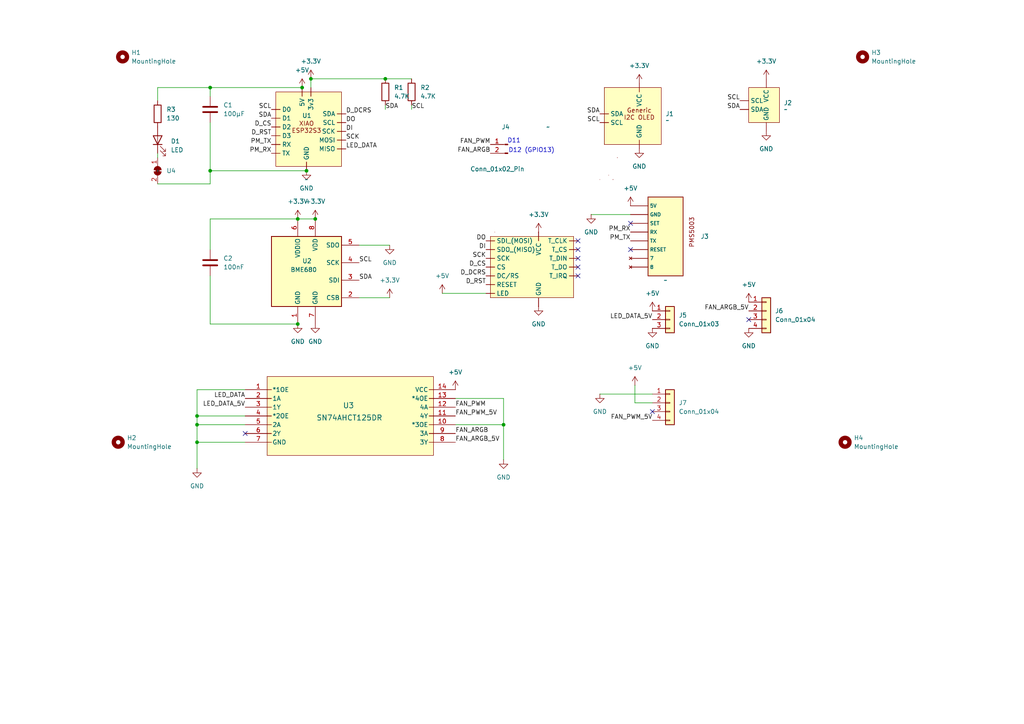
<source format=kicad_sch>
(kicad_sch (version 20231120) (generator "eeschema") (generator_version "8.0")
  (paper "A4")
  (title_block (title "3D Printer Monitor") (date "2024-06-26") (rev "0.4") (company "PDX Hackerspace - John Romkey"))
  (lib_symbols
    (symbol "1mySymbols:Generic_I2C_OLED" (pin_numbers hide)
      (property "Reference" "J" (at 1.27 -3.81 0))
      (symbol "Generic_I2C_OLED_1_1"
        (rectangle (start -5.08 15.24) (end 11.43 -1.27) (fill (type background)))
        (text "Generic\nI2C OLED" (at 5.08 7.62 0) (effects (font (size 1.27 1.27))))
        (pin input line (at -6.35 7.62 0) (length 2.54) (name "SDA") (number "1"))
        (pin input line (at -6.35 5.08 0) (length 2.54) (name "SCL") (number "2"))
        (pin power_in line (at 5.08 -2.54 90) (length 2.54) (name "GND") (number "3"))
        (pin power_in line (at 5.08 16.51 270) (length 2.54) (name "VCC") (number "4"))
      )
    )
    (symbol "1mySymbols:PMS5003_Connector" (pin_numbers hide)
      (property "Reference" "J" (at 0 26.67 0))
      (symbol "PMS5003_Connector_0_0"
        (rectangle (start -5.08 1.27) (end 5.08 24.13) (stroke (width 0.254)) (fill (type background)))
      )
      (symbol "PMS5003_Connector_1_0"
        (pin power_in line (at -10.16 21.59 0) (length 5.08) (name "5V") (number "1"))
        (pin power_in line (at -10.16 19.05 0) (length 5.08) (name "GND") (number "2"))
        (pin input line (at -10.16 16.51 0) (length 5.08) (name "SET") (number "3"))
        (pin input line (at -10.16 13.97 0) (length 5.08) (name "RX") (number "4"))
        (pin output line (at -10.16 11.43 0) (length 5.08) (name "TX") (number "5"))
        (pin input line (at -10.16 8.89 0) (length 5.08) (name "RESET") (number "6"))
        (pin no_connect line (at -10.16 6.35 0) (length 5.08) (name "7") (number "7"))
        (pin no_connect line (at -10.16 3.81 0) (length 5.08) (name "8") (number "8"))
      )
      (symbol "PMS5003_Connector_1_1"
        (text "PMS5003" (at 7.62 13.97 900) (effects (font (size 1.27 1.27))))
      )
    )
    (symbol "1mySymbols:SN74AHCT125DR" (pin_names (offset 0.254))
      (property "Reference" "U" (at 30.48 5.334 0))
      (property "Value" "SN74AHCT125DR" (at 30.734 -10.922 0))
      (symbol "SN74AHCT125DR_0_1"
        (pin input line (at 0 0 0) (length 7.62) (name "*1OE") (number "1"))
        (pin input line (at 60.96 -10.16 180) (length 7.62) (name "*3OE") (number "10"))
        (pin output line (at 60.96 -7.62 180) (length 7.62) (name "4Y") (number "11"))
        (pin input line (at 60.96 -5.08 180) (length 7.62) (name "4A") (number "12"))
        (pin input line (at 60.96 -2.54 180) (length 7.62) (name "*4OE") (number "13"))
        (pin power_in line (at 60.96 0 180) (length 7.62) (name "VCC") (number "14"))
        (pin input line (at 0 -2.54 0) (length 7.62) (name "1A") (number "2"))
        (pin output line (at 0 -5.08 0) (length 7.62) (name "1Y") (number "3"))
        (pin input line (at 0 -7.62 0) (length 7.62) (name "*2OE") (number "4"))
        (pin input line (at 0 -10.16 0) (length 7.62) (name "2A") (number "5"))
        (pin output line (at 0 -12.7 0) (length 7.62) (name "2Y") (number "6"))
        (pin power_in line (at 0 -15.24 0) (length 7.62) (name "GND") (number "7"))
        (pin output line (at 60.96 -15.24 180) (length 7.62) (name "3Y") (number "8"))
        (pin input line (at 60.96 -12.7 180) (length 7.62) (name "3A") (number "9"))
      )
      (symbol "SN74AHCT125DR_1_1"
        (rectangle (start 6.35 3.81) (end 54.61 -19.05) (fill (type background)))
      )
    )
    (symbol "1mySymbols:SPI_TFT_Touch" (pin_numbers hide)
      (property "Reference" "U" (at 0 12.7 0))
      (symbol "SPI_TFT_Touch_0_1"
        (rectangle (start -11.43 8.89) (end -11.43 8.89))
        (rectangle (start 19.05 24.13) (end 19.05 24.13))
        (rectangle (start 20.32 38.1) (end 20.32 38.1))
        (rectangle (start 21.59 25.4) (end 21.59 25.4))
        (rectangle (start 22.86 24.13) (end 22.86 24.13))
        (rectangle (start 22.86 24.13) (end 22.86 24.13))
        (rectangle (start 24.13 30.48) (end 24.13 30.48))
        (rectangle (start 24.13 30.48) (end 24.13 30.48))
      )
      (symbol "SPI_TFT_Touch_1_1"
        (rectangle (start -12.7 7.62) (end 11.43 -10.16) (fill (type background)))
        (pin power_in line (at 1.27 8.89 270) (length 2.54) (name "VCC") (number "1"))
        (pin input line (at 12.7 6.35 180) (length 2.54) (name "T_CLK") (number "10"))
        (pin input line (at 12.7 3.81 180) (length 2.54) (name "T_CS") (number "11"))
        (pin input line (at 12.7 1.27 180) (length 2.54) (name "T_DIN") (number "12"))
        (pin output line (at 12.7 -1.27 180) (length 2.54) (name "T_DO") (number "13"))
        (pin output line (at 12.7 -3.81 180) (length 2.54) (name "T_IRQ") (number "14"))
        (pin power_in line (at 1.27 -12.7 90) (length 2.54) (name "GND") (number "2"))
        (pin input line (at -13.97 -1.27 0) (length 2.54) (name "CS") (number "3"))
        (pin input line (at -13.97 -6.35 0) (length 2.54) (name "RESET") (number "4"))
        (pin input line (at -13.97 -3.81 0) (length 2.54) (name "DC/RS") (number "5"))
        (pin input line (at -13.97 6.35 0) (length 2.54) (name "SDI_(MOSI)") (number "6"))
        (pin input line (at -13.97 1.27 0) (length 2.54) (name "SCK") (number "7"))
        (pin input line (at -13.97 -8.89 0) (length 2.54) (name "LED") (number "8"))
        (pin input line (at -13.97 3.81 0) (length 2.54) (name "SDO_(MISO)") (number "9"))
      )
    )
    (symbol "1mySymbols:STEMMA_QT/Qwiic" (pin_numbers hide)
      (property "Reference" "J" (at 0 15.24 0))
      (property "Footprint" "Connector_JST:JST_SH_SM04B-SRSS-TB_1x04-1MP_P1.00mm_Horizontal" (at 0 -2.54 0))
      (symbol "STEMMA_QT/Qwiic_1_1"
        (rectangle (start -3.81 11.43) (end 5.08 1.27) (fill (type background)))
        (pin power_in line (at 1.27 -1.27 90) (length 2.54) (name "GND") (number "1"))
        (pin power_in line (at 1.27 13.97 270) (length 2.54) (name "VCC") (number "2"))
        (pin bidirectional line (at -6.35 5.08 0) (length 2.54) (name "SDA") (number "3"))
        (pin input line (at -6.35 7.62 0) (length 2.54) (name "SCL") (number "4"))
      )
    )
    (symbol "1mySymbols:Xiao_ESP32S3" (pin_numbers hide)
      (property "Reference" "U" (at 0 30.48 0))
      (property "Datasheet" "https://wiki.seeedstudio.com/xiao_esp32s3_getting_started/" (at 0 0 0))
      (symbol "Xiao_ESP32S3_1_1"
        (rectangle (start -8.89 25.4) (end 10.16 3.81) (fill (type background)))
        (text "XIAO\nESP32S3" (at 0 15.24 0) (effects (font (size 1.27 1.27))))
        (pin bidirectional line (at -10.16 20.32 0) (length 2.54) (name "D0") (number "1"))
        (pin bidirectional line (at 11.43 8.89 180) (length 2.54) (name "MISO") (number "10"))
        (pin bidirectional line (at 11.43 11.43 180) (length 2.54) (name "MOSI") (number "11"))
        (pin power_in line (at 1.27 26.67 270) (length 2.54) (name "3v3") (number "12"))
        (pin power_out line (at 0 2.54 90) (length 2.54) (name "GND") (number "13"))
        (pin power_out line (at -1.27 26.67 270) (length 2.54) (name "5V") (number "14"))
        (pin bidirectional line (at -10.16 17.78 0) (length 2.54) (name "D1") (number "2"))
        (pin bidirectional line (at -10.16 15.24 0) (length 2.54) (name "D2") (number "3"))
        (pin bidirectional line (at -10.16 12.7 0) (length 2.54) (name "D3") (number "4"))
        (pin bidirectional line (at 11.43 19.05 180) (length 2.54) (name "SDA") (number "5"))
        (pin bidirectional line (at 11.43 16.51 180) (length 2.54) (name "SCL") (number "6"))
        (pin bidirectional line (at -10.16 7.62 0) (length 2.54) (name "TX") (number "7"))
        (pin bidirectional line (at -10.16 10.16 0) (length 2.54) (name "RX") (number "8"))
        (pin bidirectional line (at 11.43 13.97 180) (length 2.54) (name "SCK") (number "9"))
      )
    )
    (symbol "Connector:Conn_01x02_Pin" (pin_names (offset 1.016) hide)
      (property "Reference" "J" (at 0 2.54 0))
      (property "Value" "Conn_01x02_Pin" (at 0 -5.08 0))
      (symbol "Conn_01x02_Pin_1_1"
        (polyline (pts (xy 1.27 -2.54) (xy 0.8636 -2.54)) (stroke (width 0.1524)))
        (polyline (pts (xy 1.27 0) (xy 0.8636 0)) (stroke (width 0.1524)))
        (rectangle (start 0.8636 -2.413) (end 0 -2.667) (stroke (width 0.1524)) (fill (type outline)))
        (rectangle (start 0.8636 0.127) (end 0 -0.127) (stroke (width 0.1524)) (fill (type outline)))
        (pin passive line (at 5.08 0 180) (length 3.81) (name "Pin_1") (number "1"))
        (pin passive line (at 5.08 -2.54 180) (length 3.81) (name "Pin_2") (number "2"))
      )
    )
    (symbol "Connector_Generic:Conn_01x03" (pin_names (offset 1.016) hide)
      (property "Reference" "J" (at 0 5.08 0))
      (property "Value" "Conn_01x03" (at 0 -5.08 0))
      (symbol "Conn_01x03_1_1"
        (rectangle (start -1.27 -2.413) (end 0 -2.667) (stroke (width 0.1524)))
        (rectangle (start -1.27 0.127) (end 0 -0.127) (stroke (width 0.1524)))
        (rectangle (start -1.27 2.667) (end 0 2.413) (stroke (width 0.1524)))
        (rectangle (start -1.27 3.81) (end 1.27 -3.81) (stroke (width 0.254)) (fill (type background)))
        (pin passive line (at -5.08 2.54 0) (length 3.81) (name "Pin_1") (number "1"))
        (pin passive line (at -5.08 0 0) (length 3.81) (name "Pin_2") (number "2"))
        (pin passive line (at -5.08 -2.54 0) (length 3.81) (name "Pin_3") (number "3"))
      )
    )
    (symbol "Connector_Generic:Conn_01x04" (pin_names (offset 1.016) hide)
      (property "Reference" "J" (at 0 5.08 0))
      (property "Value" "Conn_01x04" (at 0 -7.62 0))
      (symbol "Conn_01x04_1_1"
        (rectangle (start -1.27 -4.953) (end 0 -5.207) (stroke (width 0.1524)))
        (rectangle (start -1.27 -2.413) (end 0 -2.667) (stroke (width 0.1524)))
        (rectangle (start -1.27 0.127) (end 0 -0.127) (stroke (width 0.1524)))
        (rectangle (start -1.27 2.667) (end 0 2.413) (stroke (width 0.1524)))
        (rectangle (start -1.27 3.81) (end 1.27 -6.35) (stroke (width 0.254)) (fill (type background)))
        (pin passive line (at -5.08 2.54 0) (length 3.81) (name "Pin_1") (number "1"))
        (pin passive line (at -5.08 0 0) (length 3.81) (name "Pin_2") (number "2"))
        (pin passive line (at -5.08 -2.54 0) (length 3.81) (name "Pin_3") (number "3"))
        (pin passive line (at -5.08 -5.08 0) (length 3.81) (name "Pin_4") (number "4"))
      )
    )
    (symbol "Device:C" (pin_numbers hide) (pin_names (offset 0.254))
      (property "Reference" "C" (at 0.635 2.54 0))
      (property "Value" "C" (at 0.635 -2.54 0))
      (symbol "C_0_1"
        (polyline (pts (xy -2.032 -0.762) (xy 2.032 -0.762)) (stroke (width 0.508)))
        (polyline (pts (xy -2.032 0.762) (xy 2.032 0.762)) (stroke (width 0.508)))
      )
      (symbol "C_1_1"
        (pin passive line (at 0 3.81 270) (length 2.794) (name "~") (number "1"))
        (pin passive line (at 0 -3.81 90) (length 2.794) (name "~") (number "2"))
      )
    )
    (symbol "Device:LED" (pin_numbers hide) (pin_names (offset 1.016) hide)
      (property "Reference" "D" (at 0 2.54 0))
      (property "Value" "LED" (at 0 -2.54 0))
      (symbol "LED_0_1"
        (polyline (pts (xy -1.27 -1.27) (xy -1.27 1.27)) (stroke (width 0.254)))
        (polyline (pts (xy -1.27 0) (xy 1.27 0)))
        (polyline (pts (xy 1.27 -1.27) (xy 1.27 1.27) (xy -1.27 0) (xy 1.27 -1.27)) (stroke (width 0.254)))
        (polyline (pts (xy -3.048 -0.762) (xy -4.572 -2.286) (xy -3.81 -2.286) (xy -4.572 -2.286) (xy -4.572 -1.524)))
        (polyline (pts (xy -1.778 -0.762) (xy -3.302 -2.286) (xy -2.54 -2.286) (xy -3.302 -2.286) (xy -3.302 -1.524)))
      )
      (symbol "LED_1_1"
        (pin passive line (at -3.81 0 0) (length 2.54) (name "K") (number "1"))
        (pin passive line (at 3.81 0 180) (length 2.54) (name "A") (number "2"))
      )
    )
    (symbol "Device:R" (pin_numbers hide) (pin_names (offset 0))
      (property "Reference" "R" (at 2.032 0 90))
      (property "Value" "R" (at 0 0 90))
      (symbol "R_0_1"
        (rectangle (start -1.016 -2.54) (end 1.016 2.54) (stroke (width 0.254)))
      )
      (symbol "R_1_1"
        (pin passive line (at 0 3.81 270) (length 1.27) (name "~") (number "1"))
        (pin passive line (at 0 -3.81 90) (length 1.27) (name "~") (number "2"))
      )
    )
    (symbol "Jumper:SolderJumper_2_Bridged" (pin_names (offset 0) hide)
      (property "Reference" "JP" (at 0 2.032 0))
      (property "Value" "SolderJumper_2_Bridged" (at 0 -2.54 0))
      (symbol "SolderJumper_2_Bridged_0_1"
        (rectangle (start -0.508 0.508) (end 0.508 -0.508) (fill (type outline)))
        (arc (start -0.254 1.016) (mid -1.2656 0) (end -0.254 -1.016))
        (arc (start -0.254 1.016) (mid -1.2656 0) (end -0.254 -1.016) (fill (type outline)))
        (polyline (pts (xy -0.254 1.016) (xy -0.254 -1.016)))
        (polyline (pts (xy 0.254 1.016) (xy 0.254 -1.016)))
        (arc (start 0.254 -1.016) (mid 1.2656 0) (end 0.254 1.016))
        (arc (start 0.254 -1.016) (mid 1.2656 0) (end 0.254 1.016) (fill (type outline)))
      )
      (symbol "SolderJumper_2_Bridged_1_1"
        (pin passive line (at -3.81 0 0) (length 2.54) (name "A") (number "1"))
        (pin passive line (at 3.81 0 180) (length 2.54) (name "B") (number "2"))
      )
    )
    (symbol "Mechanical:MountingHole" (pin_names (offset 1.016))
      (property "Reference" "H" (at 0 5.08 0))
      (property "Value" "MountingHole" (at 0 3.175 0))
      (symbol "MountingHole_0_1"
        (circle (center 0 0) (radius 1.27) (stroke (width 1.27)))
      )
    )
    (symbol "Sensor:BME680"
      (property "Reference" "U" (at -8.89 11.43 0))
      (property "Value" "BME680" (at 7.62 11.43 0))
      (symbol "BME680_0_1"
        (rectangle (start -10.16 10.16) (end 10.16 -10.16) (stroke (width 0.254)) (fill (type background)))
      )
      (symbol "BME680_1_1"
        (pin power_in line (at -2.54 -15.24 90) (length 5.08) (name "GND") (number "1"))
        (pin input line (at 15.24 -7.62 180) (length 5.08) (name "CSB") (number "2"))
        (pin bidirectional line (at 15.24 -2.54 180) (length 5.08) (name "SDI") (number "3"))
        (pin input line (at 15.24 2.54 180) (length 5.08) (name "SCK") (number "4"))
        (pin bidirectional line (at 15.24 7.62 180) (length 5.08) (name "SDO") (number "5"))
        (pin power_in line (at -2.54 15.24 270) (length 5.08) (name "VDDIO") (number "6"))
        (pin power_in line (at 2.54 -15.24 90) (length 5.08) (name "GND") (number "7"))
        (pin power_in line (at 2.54 15.24 270) (length 5.08) (name "VDD") (number "8"))
      )
    )
    (symbol "power:+3.3V" (power) (pin_numbers hide) (pin_names (offset 0) hide)
      (property "Value" "+3.3V" (at 0 3.556 0))
      (symbol "+3.3V_0_1"
        (polyline (pts (xy -0.762 1.27) (xy 0 2.54)))
        (polyline (pts (xy 0 0) (xy 0 2.54)))
        (polyline (pts (xy 0 2.54) (xy 0.762 1.27)))
      )
      (symbol "+3.3V_1_1"
        (pin power_in line (at 0 0 90) (length 0) (name "~") (number "1"))
      )
    )
    (symbol "power:+5V" (power) (pin_numbers hide) (pin_names (offset 0) hide)
      (property "Value" "+5V" (at 0 3.556 0))
      (symbol "+5V_0_1"
        (polyline (pts (xy -0.762 1.27) (xy 0 2.54)))
        (polyline (pts (xy 0 0) (xy 0 2.54)))
        (polyline (pts (xy 0 2.54) (xy 0.762 1.27)))
      )
      (symbol "+5V_1_1"
        (pin power_in line (at 0 0 90) (length 0) (name "~") (number "1"))
      )
    )
    (symbol "power:GND" (power) (pin_numbers hide) (pin_names (offset 0) hide)
      (property "Value" "GND" (at 0 -3.81 0))
      (symbol "GND_0_1"
        (polyline (pts (xy 0 0) (xy 0 -1.27) (xy 1.27 -1.27) (xy 0 -2.54) (xy -1.27 -1.27) (xy 0 -1.27)))
      )
      (symbol "GND_1_1"
        (pin power_in line (at 0 0 270) (length 0) (name "~") (number "1"))
      )
    )
  )
  (junction (at 87.63 25.4))
  (junction (at 60.96 49.53))
  (junction (at 111.76 22.86))
  (junction (at 91.44 63.5))
  (junction (at 88.9 49.53))
  (junction (at 90.17 22.86))
  (junction (at 86.36 63.5))
  (junction (at 60.96 25.4))
  (junction (at 57.15 128.27))
  (junction (at 86.36 93.98))
  (junction (at 57.15 120.65))
  (junction (at 57.15 123.19))
  (junction (at 146.05 123.19))
  (no_connect (at 167.64 80.01))
  (no_connect (at 71.12 125.73))
  (no_connect (at 167.64 69.85))
  (no_connect (at 167.64 72.39))
  (no_connect (at 167.64 74.93))
  (no_connect (at 189.23 119.38))
  (no_connect (at 167.64 77.47))
  (no_connect (at 182.88 72.39))
  (no_connect (at 182.88 64.77))
  (no_connect (at 217.17 92.71))
  (wire (pts (xy 57.15 120.65) (xy 57.15 123.19)))
  (wire (pts (xy 132.08 123.19) (xy 146.05 123.19)))
  (wire (pts (xy 87.63 25.4) (xy 60.96 25.4)))
  (wire (pts (xy 173.99 114.3) (xy 189.23 114.3)))
  (wire (pts (xy 45.72 44.45) (xy 45.72 45.72)))
  (wire (pts (xy 90.17 22.86) (xy 111.76 22.86)))
  (wire (pts (xy 86.36 63.5) (xy 91.44 63.5)))
  (wire (pts (xy 57.15 113.03) (xy 71.12 113.03)))
  (wire (pts (xy 111.76 22.86) (xy 119.38 22.86)))
  (wire (pts (xy 60.96 25.4) (xy 60.96 27.94)))
  (wire (pts (xy 113.03 86.36) (xy 104.14 86.36)))
  (wire (pts (xy 86.36 63.5) (xy 60.96 63.5)))
  (wire (pts (xy 57.15 120.65) (xy 71.12 120.65)))
  (wire (pts (xy 60.96 63.5) (xy 60.96 72.39)))
  (wire (pts (xy 57.15 128.27) (xy 71.12 128.27)))
  (wire (pts (xy 57.15 123.19) (xy 57.15 128.27)))
  (wire (pts (xy 45.72 53.34) (xy 60.96 53.34)))
  (wire (pts (xy 119.38 31.75) (xy 119.38 30.48)))
  (wire (pts (xy 128.27 85.09) (xy 140.97 85.09)))
  (wire (pts (xy 45.72 25.4) (xy 60.96 25.4)))
  (wire (pts (xy 60.96 49.53) (xy 60.96 53.34)))
  (wire (pts (xy 88.9 49.53) (xy 60.96 49.53)))
  (wire (pts (xy 60.96 93.98) (xy 60.96 80.01)))
  (wire (pts (xy 132.08 115.57) (xy 146.05 115.57)))
  (wire (pts (xy 171.45 62.23) (xy 182.88 62.23)))
  (wire (pts (xy 184.15 116.84) (xy 189.23 116.84)))
  (wire (pts (xy 146.05 115.57) (xy 146.05 123.19)))
  (wire (pts (xy 184.15 111.76) (xy 184.15 116.84)))
  (wire (pts (xy 111.76 31.75) (xy 111.76 30.48)))
  (wire (pts (xy 146.05 133.35) (xy 146.05 123.19)))
  (wire (pts (xy 57.15 128.27) (xy 57.15 135.89)))
  (wire (pts (xy 113.03 71.12) (xy 104.14 71.12)))
  (wire (pts (xy 86.36 93.98) (xy 60.96 93.98)))
  (wire (pts (xy 57.15 123.19) (xy 71.12 123.19)))
  (wire (pts (xy 57.15 113.03) (xy 57.15 120.65)))
  (wire (pts (xy 90.17 22.86) (xy 90.17 25.4)))
  (wire (pts (xy 60.96 35.56) (xy 60.96 49.53)))
  (wire (pts (xy 45.72 25.4) (xy 45.72 29.21)))
  (text "D11" (at 149.098 40.894 0) (effects (font (size 1.27 1.27))))
  (text "D12 (GPIO13)" (at 154.178 43.688 0) (effects (font (size 1.27 1.27))))
  (label "SCL" (at 78.74 31.75 180))
  (label "SCL" (at 119.38 31.75 0))
  (label "FAN_PWM_5V" (at 132.08 120.65 0))
  (label "LED_DATA_5V" (at 189.23 92.71 180))
  (label "DI" (at 100.33 38.1 0))
  (label "SDA" (at 78.74 34.29 180))
  (label "FAN_ARGB" (at 132.08 125.73 0))
  (label "PM_RX" (at 78.74 44.45 180))
  (label "SCK" (at 140.97 74.93 180))
  (label "FAN_ARGB_5V" (at 132.08 128.27 0))
  (label "SCL" (at 214.63 29.21 180))
  (label "D_DCRS" (at 140.97 80.01 180))
  (label "D_CS" (at 78.74 36.83 180))
  (label "DI" (at 140.97 72.39 180))
  (label "D_DCRS" (at 100.33 33.02 0))
  (label "FAN_PWM" (at 142.24 41.91 180))
  (label "SCL" (at 173.99 35.56 180))
  (label "PM_TX" (at 182.88 69.85 180))
  (label "SCK" (at 100.33 40.64 0))
  (label "SDA" (at 111.76 31.75 0))
  (label "SDA" (at 214.63 31.75 180))
  (label "FAN_ARGB_5V" (at 217.17 90.17 180))
  (label "FAN_ARGB" (at 142.24 44.45 180))
  (label "SDA" (at 173.99 33.02 180))
  (label "PM_TX" (at 78.74 41.91 180))
  (label "LED_DATA" (at 71.12 115.57 180))
  (label "D_RST" (at 78.74 39.37 180))
  (label "LED_DATA_5V" (at 71.12 118.11 180))
  (label "SDA" (at 104.14 81.28 0))
  (label "LED_DATA" (at 100.33 43.18 0))
  (label "DO" (at 100.33 35.56 0))
  (label "PM_RX" (at 182.88 67.31 180))
  (label "FAN_PWM_5V" (at 189.23 121.92 180))
  (label "D_RST" (at 140.97 82.55 180))
  (label "SCL" (at 104.14 76.2 0))
  (label "DO" (at 140.97 69.85 180))
  (label "FAN_PWM" (at 132.08 118.11 0))
  (label "D_CS" (at 140.97 77.47 180))
  (symbol (lib_id "Device:R") (at 111.76 26.67 0) (unit 1)
    (property "Reference" "R1" (at 114.3 25.4 0) (effects (justify left)))
    (property "Value" "4.7K" (at 114.3 27.94 0) (effects (justify left)))
    (property "Footprint" "Resistor_SMD:R_1210_3225Metric" (effects (hide yes)))
  )
  (symbol (lib_id "Device:C") (at 60.96 31.75 0) (unit 1)
    (property "Reference" "C1" (at 64.77 30.48 0) (effects (justify left)))
    (property "Value" "100µF" (at 64.77 33.02 0) (effects (justify left)))
    (property "Footprint" "Capacitor_SMD:C_1206_3216Metric" (effects (hide yes)))
  )
  (symbol (lib_id "power:+3.3V") (at 222.25 22.86 0) (unit 1)
    (property "Reference" "#PWR04" (effects (hide yes)))
    (property "Value" "+3.3V" (at 222.25 17.78 0))
    (property "Description" "Power symbol creates a global label with name \"+3.3V\"" (effects (hide yes)))
  )
  (symbol (lib_id "power:+5V") (at 217.17 87.63 0) (unit 1)
    (property "Reference" "#PWR017" (effects (hide yes)))
    (property "Value" "+5V" (at 217.17 82.55 0))
    (property "Description" "Power symbol creates a global label with name \"+5V\"" (effects (hide yes)))
  )
  (symbol (lib_id "power:GND") (at 91.44 93.98 0) (unit 1)
    (property "Reference" "#PWR024" (effects (hide yes)))
    (property "Value" "GND" (at 91.44 99.06 0))
    (property "Description" "Power symbol creates a global label with name \"GND\" , ground" (effects (hide yes)))
  )
  (symbol (lib_id "Mechanical:MountingHole") (at 34.29 128.27 0) (unit 1)
    (property "Reference" "H2" (at 36.83 127 0) (effects (justify left)))
    (property "Value" "MountingHole" (at 36.83 129.54 0) (effects (justify left)))
    (property "Footprint" "MountingHole:MountingHole_2.7mm_M2.5" (effects (hide yes)))
  )
  (symbol (lib_id "power:+5V") (at 128.27 85.09 0) (unit 1)
    (property "Reference" "#PWR014" (effects (hide yes)))
    (property "Value" "+5V" (at 128.27 80.01 0))
    (property "Description" "Power symbol creates a global label with name \"+5V\"" (effects (hide yes)))
  )
  (symbol (lib_id "power:+5V") (at 182.88 59.69 0) (unit 1)
    (property "Reference" "#PWR011" (effects (hide yes)))
    (property "Value" "+5V" (at 182.88 54.61 0))
    (property "Description" "Power symbol creates a global label with name \"+5V\"" (effects (hide yes)))
  )
  (symbol (lib_id "Jumper:SolderJumper_2_Bridged") (at 45.72 49.53 270) (unit 1)
    (property "Reference" "U4" (at 48.26 49.53 90) (effects (justify left)))
    (property "Value" "~" (at 45.72 49.53 0))
    (property "Footprint" "Jumper:SolderJumper-2_P1.3mm_Bridged_RoundedPad1.0x1.5mm" (effects (hide yes)))
  )
  (symbol (lib_id "power:GND") (at 171.45 62.23 0) (unit 1)
    (property "Reference" "#PWR010" (effects (hide yes)))
    (property "Value" "GND" (at 171.45 67.31 0))
    (property "Description" "Power symbol creates a global label with name \"GND\" , ground" (effects (hide yes)))
  )
  (symbol (lib_id "1mySymbols:SN74AHCT125DR") (at 71.12 113.03 0) (unit 1)
    (property "Reference" "U3" (at 101.092 117.602 0) (effects (font (size 1.524 1.524))))
    (property "Value" "SN74AHCT125DR" (at 101.346 121.158 0) (effects (font (size 1.524 1.524))))
    (property "Footprint" "1myFootprints:SN74HCT125DR" (effects (hide yes)))
    (property "Datasheet" "SN74AHCT125DR" (effects (hide yes)))
  )
  (symbol (lib_id "power:GND") (at 88.9 49.53 0) (unit 1)
    (property "Reference" "#PWR02" (effects (hide yes)))
    (property "Value" "GND" (at 88.9 54.61 0))
    (property "Description" "Power symbol creates a global label with name \"GND\" , ground" (effects (hide yes)))
  )
  (symbol (lib_id "power:+5V") (at 132.08 113.03 0) (unit 1)
    (property "Reference" "#PWR027" (effects (hide yes)))
    (property "Value" "+5V" (at 132.08 107.95 0))
    (property "Description" "Power symbol creates a global label with name \"+5V\"" (effects (hide yes)))
  )
  (symbol (lib_id "Connector:Conn_01x02_Pin") (at 147.32 41.91 0) (mirror y) (unit 1)
    (property "Reference" "J4" (at 146.685 36.83 0))
    (property "Value" "Conn_01x02_Pin" (at 144.272 49.022 0))
    (property "Footprint" "Connector_PinSocket_2.54mm:PinSocket_1x02_P2.54mm_Vertical" (effects (hide yes)))
    (property "Description" "Generic connector, single row, 01x02, script generated" (effects (hide yes)))
  )
  (symbol (lib_id "power:+3.3V") (at 91.44 63.5 0) (unit 1)
    (property "Reference" "#PWR023" (effects (hide yes)))
    (property "Value" "+3.3V" (at 91.44 58.42 0))
    (property "Description" "Power symbol creates a global label with name \"+3.3V\"" (effects (hide yes)))
  )
  (symbol (lib_id "Connector_Generic:Conn_01x03") (at 194.31 92.71 0) (unit 1)
    (property "Reference" "J5" (at 196.85 91.44 0) (effects (justify left)))
    (property "Value" "Conn_01x03" (at 196.85 93.98 0) (effects (justify left)))
    (property "Footprint" "Connector_PinSocket_2.54mm:PinSocket_1x03_P2.54mm_Vertical" (effects (hide yes)))
  )
  (symbol (lib_id "Device:C") (at 60.96 76.2 0) (unit 1)
    (property "Reference" "C2" (at 64.77 74.93 0) (effects (justify left)))
    (property "Value" "100nF" (at 64.77 77.47 0) (effects (justify left)))
    (property "Footprint" "Capacitor_SMD:C_1206_3216Metric_Pad1.33x1.80mm_HandSolder" (effects (hide yes)))
  )
  (symbol (lib_id "power:GND") (at 113.03 71.12 0) (unit 1)
    (property "Reference" "#PWR026" (effects (hide yes)))
    (property "Value" "GND" (at 113.03 76.2 0))
    (property "Description" "Power symbol creates a global label with name \"GND\" , ground" (effects (hide yes)))
  )
  (symbol (lib_id "power:GND") (at 57.15 135.89 0) (unit 1)
    (property "Reference" "#PWR028" (effects (hide yes)))
    (property "Value" "GND" (at 57.15 140.97 0))
    (property "Description" "Power symbol creates a global label with name \"GND\" , ground" (effects (hide yes)))
  )
  (symbol (lib_id "power:GND") (at 222.25 38.1 0) (unit 1)
    (property "Reference" "#PWR05" (effects (hide yes)))
    (property "Value" "GND" (at 222.25 43.18 0))
    (property "Description" "Power symbol creates a global label with name \"GND\" , ground" (effects (hide yes)))
  )
  (symbol (lib_id "Sensor:BME680") (at 88.9 78.74 0) (unit 1)
    (property "Reference" "U2" (at 90.424 75.692 0) (effects (justify right)))
    (property "Value" "BME680" (at 91.948 78.232 0) (effects (justify right)))
    (property "Footprint" "Package_LGA:Bosch_LGA-8_3x3mm_P0.8mm_ClockwisePinNumbering" (effects (hide yes)))
    (property "Datasheet" "https://ae-bst.resource.bosch.com/media/_tech/media/datasheets/BST-BME680-DS001.pdf" (effects (hide yes)))
  )
  (symbol (lib_id "power:+5V") (at 189.23 90.17 0) (unit 1)
    (property "Reference" "#PWR06" (effects (hide yes)))
    (property "Value" "+5V" (at 189.23 85.09 0))
    (property "Description" "Power symbol creates a global label with name \"+5V\"" (effects (hide yes)))
  )
  (symbol (lib_id "1mySymbols:STEMMA_QT/Qwiic") (at 220.98 36.83 0) (unit 1)
    (property "Reference" "J2" (at 227.33 29.8449 0) (effects (justify left)))
    (property "Value" "~" (at 227.33 31.75 0) (effects (justify left)))
    (property "Footprint" "Connector_JST:JST_SH_SM04B-SRSS-TB_1x04-1MP_P1.00mm_Horizontal" (effects (hide yes)))
    (property "Datasheet" "https://learn.adafruit.com/introducing-adafruit-stemma-qt/what-is-stemma-qt" (effects (hide yes)))
  )
  (symbol (lib_id "Device:LED") (at 45.72 40.64 90) (unit 1)
    (property "Reference" "D1" (at 49.53 40.9575 90) (effects (justify right)))
    (property "Value" "LED" (at 49.53 43.4975 90) (effects (justify right)))
    (property "Footprint" "LED_SMD:LED_1206_3216Metric_Pad1.42x1.75mm_HandSolder" (effects (hide yes)))
  )
  (symbol (lib_id "1mySymbols:PMS5003_Connector") (at 193.04 81.28 0) (unit 1)
    (property "Reference" "J3" (at 203.2 68.58 0) (effects (justify left)))
    (property "Value" "~" (at 193.04 81.28 0))
    (property "Footprint" "1myFootprints:PMS5003 Connector" (effects (hide yes)))
    (property "Datasheet" "https://www.digikey.jp/htmldatasheets/production/2903006/0/0/1/pms5003-series-manual.html" (effects (hide yes)))
  )
  (symbol (lib_id "Mechanical:MountingHole") (at 35.56 16.51 0) (unit 1)
    (property "Reference" "H1" (at 38.1 15.24 0) (effects (justify left)))
    (property "Value" "MountingHole" (at 38.1 17.78 0) (effects (justify left)))
    (property "Footprint" "MountingHole:MountingHole_2.7mm_M2.5" (effects (hide yes)))
  )
  (symbol (lib_id "power:GND") (at 173.99 114.3 0) (unit 1)
    (property "Reference" "#PWR015" (effects (hide yes)))
    (property "Value" "GND" (at 173.99 119.38 0))
    (property "Description" "Power symbol creates a global label with name \"GND\" , ground" (effects (hide yes)))
  )
  (symbol (lib_id "power:GND") (at 146.05 133.35 0) (unit 1)
    (property "Reference" "#PWR029" (effects (hide yes)))
    (property "Value" "GND" (at 146.05 138.43 0))
    (property "Description" "Power symbol creates a global label with name \"GND\" , ground" (effects (hide yes)))
  )
  (symbol (lib_id "power:+5V") (at 87.63 25.4 0) (unit 1)
    (property "Reference" "#PWR01" (effects (hide yes)))
    (property "Value" "+5V" (at 87.63 20.32 0))
    (property "Description" "Power symbol creates a global label with name \"+5V\"" (effects (hide yes)))
  )
  (symbol (lib_id "1mySymbols:SPI_TFT_Touch") (at 154.94 76.2 0) (unit 1)
    (property "Reference" "U5" (effects (hide yes)))
    (property "Value" "~" (at 158.4041 36.83 0) (effects (justify left)))
    (property "Footprint" "1myFootprints:SPI_TFT_TOUCH" (effects (hide yes)))
  )
  (symbol (lib_id "power:GND") (at 185.42 43.18 0) (unit 1)
    (property "Reference" "#PWR09" (effects (hide yes)))
    (property "Value" "GND" (at 185.42 48.26 0))
    (property "Description" "Power symbol creates a global label with name \"GND\" , ground" (effects (hide yes)))
  )
  (symbol (lib_id "Device:R") (at 119.38 26.67 0) (unit 1)
    (property "Reference" "R2" (at 121.92 25.4 0) (effects (justify left)))
    (property "Value" "4.7K" (at 121.92 27.94 0) (effects (justify left)))
    (property "Footprint" "Resistor_SMD:R_1210_3225Metric" (effects (hide yes)))
  )
  (symbol (lib_id "Device:R") (at 45.72 33.02 0) (unit 1)
    (property "Reference" "R3" (at 48.26 31.7499 0) (effects (justify left)))
    (property "Value" "130" (at 48.26 34.2899 0) (effects (justify left)))
    (property "Footprint" "Resistor_SMD:R_1206_3216Metric_Pad1.30x1.75mm_HandSolder" (effects (hide yes)))
  )
  (symbol (lib_id "power:GND") (at 217.17 95.25 0) (unit 1)
    (property "Reference" "#PWR018" (effects (hide yes)))
    (property "Value" "GND" (at 217.17 100.33 0))
    (property "Description" "Power symbol creates a global label with name \"GND\" , ground" (effects (hide yes)))
  )
  (symbol (lib_id "Connector_Generic:Conn_01x04") (at 222.25 90.17 0) (unit 1)
    (property "Reference" "J6" (at 224.79 90.1699 0) (effects (justify left)))
    (property "Value" "Conn_01x04" (at 224.79 92.7099 0) (effects (justify left)))
    (property "Footprint" "Connector_PinSocket_2.54mm:PinSocket_1x04_P2.54mm_Vertical" (effects (hide yes)))
    (property "Description" "Generic connector, single row, 01x04, script generated (kicad-library-utils/schlib/autogen/connector/)" (effects (hide yes)))
  )
  (symbol (lib_id "Mechanical:MountingHole") (at 250.19 16.51 0) (unit 1)
    (property "Reference" "H3" (at 252.73 15.24 0) (effects (justify left)))
    (property "Value" "MountingHole" (at 252.73 17.78 0) (effects (justify left)))
    (property "Footprint" "MountingHole:MountingHole_2.7mm_M2.5" (effects (hide yes)))
  )
  (symbol (lib_id "1mySymbols:Generic_I2C_OLED") (at 180.34 40.64 0) (unit 1)
    (property "Reference" "J1" (at 193.04 33.0199 0) (effects (justify left)))
    (property "Value" "~" (at 193.04 34.925 0) (effects (justify left)))
    (property "Footprint" "1myFootprints:Generic I2C OLED" (effects (hide yes)))
  )
  (symbol (lib_id "power:+5V") (at 184.15 111.76 0) (unit 1)
    (property "Reference" "#PWR016" (effects (hide yes)))
    (property "Value" "+5V" (at 184.15 106.68 0))
    (property "Description" "Power symbol creates a global label with name \"+5V\"" (effects (hide yes)))
  )
  (symbol (lib_id "power:GND") (at 156.21 88.9 0) (unit 1)
    (property "Reference" "#PWR013" (effects (hide yes)))
    (property "Value" "GND" (at 156.21 93.98 0))
    (property "Description" "Power symbol creates a global label with name \"GND\" , ground" (effects (hide yes)))
  )
  (symbol (lib_id "power:+3.3V") (at 113.03 86.36 0) (unit 1)
    (property "Reference" "#PWR025" (effects (hide yes)))
    (property "Value" "+3.3V" (at 113.03 81.28 0))
    (property "Description" "Power symbol creates a global label with name \"+3.3V\"" (effects (hide yes)))
  )
  (symbol (lib_id "power:GND") (at 189.23 95.25 0) (unit 1)
    (property "Reference" "#PWR07" (effects (hide yes)))
    (property "Value" "GND" (at 189.23 100.33 0))
    (property "Description" "Power symbol creates a global label with name \"GND\" , ground" (effects (hide yes)))
  )
  (symbol (lib_id "1mySymbols:Xiao_ESP32S3") (at 88.9 52.07 0) (unit 1)
    (property "Reference" "U1" (at 87.63 33.528 0) (effects (justify left)))
    (property "Value" "~" (at 88.9 52.07 0))
    (property "Footprint" "1myFootprints:Xiao ESP32S3" (effects (hide yes)))
    (property "Datasheet" "https://wiki.seeedstudio.com/xiao_esp32s3_getting_started/" (effects (hide yes)))
  )
  (symbol (lib_id "Connector_Generic:Conn_01x04") (at 194.31 116.84 0) (unit 1)
    (property "Reference" "J7" (at 196.85 116.8399 0) (effects (justify left)))
    (property "Value" "Conn_01x04" (at 196.85 119.3799 0) (effects (justify left)))
    (property "Footprint" "Connector_PinSocket_2.54mm:PinSocket_1x04_P2.54mm_Vertical" (effects (hide yes)))
    (property "Description" "Generic connector, single row, 01x04, script generated (kicad-library-utils/schlib/autogen/connector/)" (effects (hide yes)))
  )
  (symbol (lib_id "power:+3.3V") (at 86.36 63.5 0) (unit 1)
    (property "Reference" "#PWR021" (effects (hide yes)))
    (property "Value" "+3.3V" (at 86.36 58.42 0))
    (property "Description" "Power symbol creates a global label with name \"+3.3V\"" (effects (hide yes)))
  )
  (symbol (lib_id "power:+3.3V") (at 185.42 24.13 0) (unit 1)
    (property "Reference" "#PWR08" (effects (hide yes)))
    (property "Value" "+3.3V" (at 185.42 19.05 0))
    (property "Description" "Power symbol creates a global label with name \"+3.3V\"" (effects (hide yes)))
  )
  (symbol (lib_id "power:+3.3V") (at 90.17 22.86 0) (unit 1)
    (property "Reference" "#PWR03" (effects (hide yes)))
    (property "Value" "+3.3V" (at 90.17 17.78 0))
    (property "Description" "Power symbol creates a global label with name \"+3.3V\"" (effects (hide yes)))
  )
  (symbol (lib_id "Mechanical:MountingHole") (at 245.11 128.27 0) (unit 1)
    (property "Reference" "H4" (at 247.65 127 0) (effects (justify left)))
    (property "Value" "MountingHole" (at 247.65 129.54 0) (effects (justify left)))
    (property "Footprint" "MountingHole:MountingHole_2.7mm_M2.5" (effects (hide yes)))
  )
  (symbol (lib_id "power:GND") (at 86.36 93.98 0) (unit 1)
    (property "Reference" "#PWR022" (effects (hide yes)))
    (property "Value" "GND" (at 86.36 99.06 0))
    (property "Description" "Power symbol creates a global label with name \"GND\" , ground" (effects (hide yes)))
  )
  (symbol (lib_id "power:+3.3V") (at 156.21 67.31 0) (unit 1)
    (property "Reference" "#PWR012" (effects (hide yes)))
    (property "Value" "+3.3V" (at 156.21 62.23 0))
    (property "Description" "Power symbol creates a global label with name \"+3.3V\"" (effects (hide yes)))
  )
)
</source>
